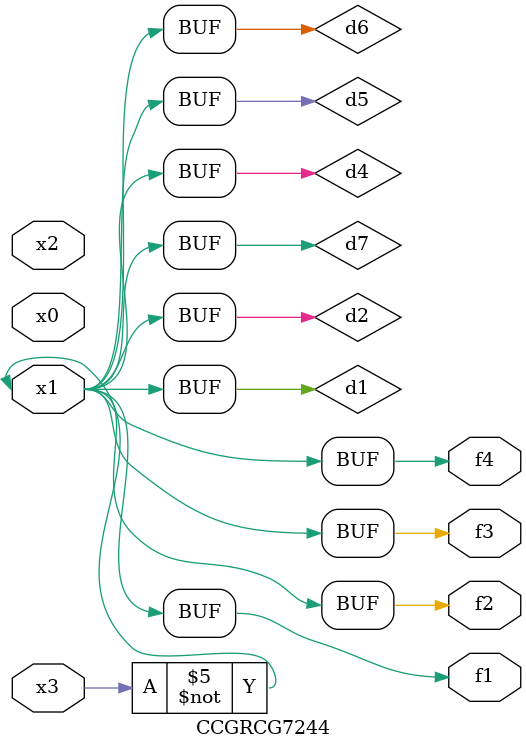
<source format=v>
module CCGRCG7244(
	input x0, x1, x2, x3,
	output f1, f2, f3, f4
);

	wire d1, d2, d3, d4, d5, d6, d7;

	not (d1, x3);
	buf (d2, x1);
	xnor (d3, d1, d2);
	nor (d4, d1);
	buf (d5, d1, d2);
	buf (d6, d4, d5);
	nand (d7, d4);
	assign f1 = d6;
	assign f2 = d7;
	assign f3 = d6;
	assign f4 = d6;
endmodule

</source>
